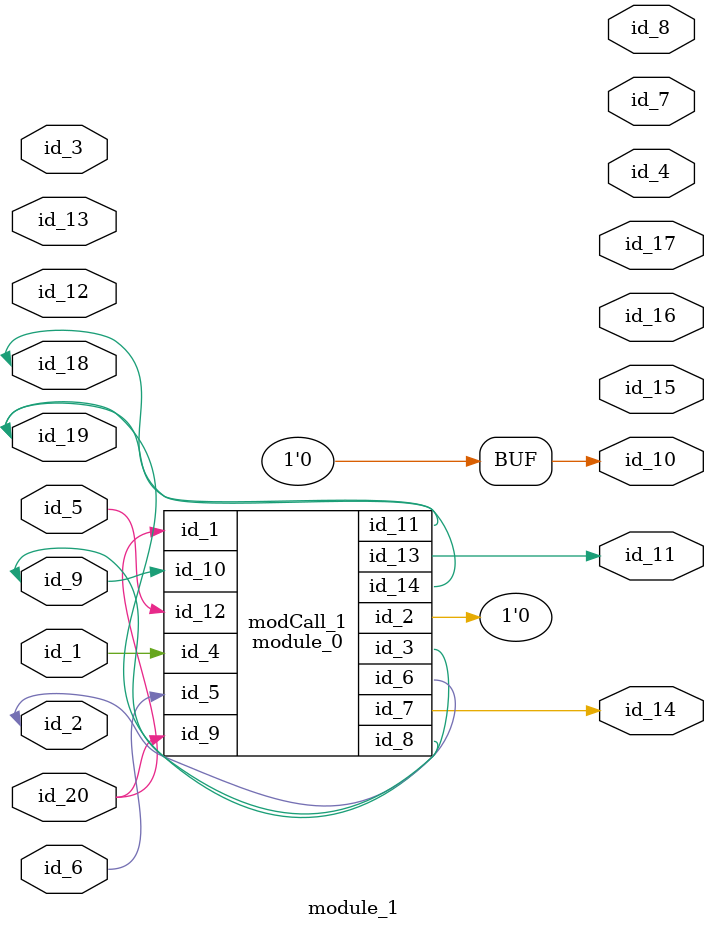
<source format=v>
module module_0 (
    id_1,
    id_2,
    id_3,
    id_4,
    id_5,
    id_6,
    id_7,
    id_8,
    id_9,
    id_10,
    id_11,
    id_12,
    id_13,
    id_14
);
  inout wire id_14;
  output wire id_13;
  input wire id_12;
  inout wire id_11;
  input wire id_10;
  input wire id_9;
  output wire id_8;
  output wire id_7;
  inout wire id_6;
  input wire id_5;
  input wire id_4;
  inout wire id_3;
  output wire id_2;
  input wire id_1;
  wire id_15, id_16, \id_17 , id_18, id_19;
  tri id_20 = -1;
  assign id_11 = 1 - -1;
  `define pp_21 0
  wire id_22, id_23;
  wire id_24;
  assign id_19 = id_6;
  assign id_3  = id_5;
endmodule
module module_1 (
    id_1,
    id_2,
    id_3,
    id_4,
    id_5,
    id_6,
    id_7,
    id_8,
    id_9,
    id_10,
    id_11,
    id_12,
    id_13,
    id_14,
    id_15,
    id_16,
    id_17,
    id_18,
    id_19,
    id_20
);
  input wire id_20;
  inout wire id_19;
  inout wire id_18;
  output wire id_17;
  output wire id_16;
  output wire id_15;
  output wire id_14;
  input wire id_13;
  input wire id_12;
  output wire id_11;
  output wire id_10;
  inout wire id_9;
  output wire id_8;
  output wire id_7;
  input wire id_6;
  input wire id_5;
  output wire id_4;
  input wire id_3;
  inout wire id_2;
  input wire id_1;
  assign id_10 = -1'b0;
  module_0 modCall_1 (
      id_20,
      id_10,
      id_19,
      id_1,
      id_6,
      id_2,
      id_14,
      id_9,
      id_20,
      id_9,
      id_18,
      id_5,
      id_11,
      id_19
  );
  wire id_21;
endmodule

</source>
